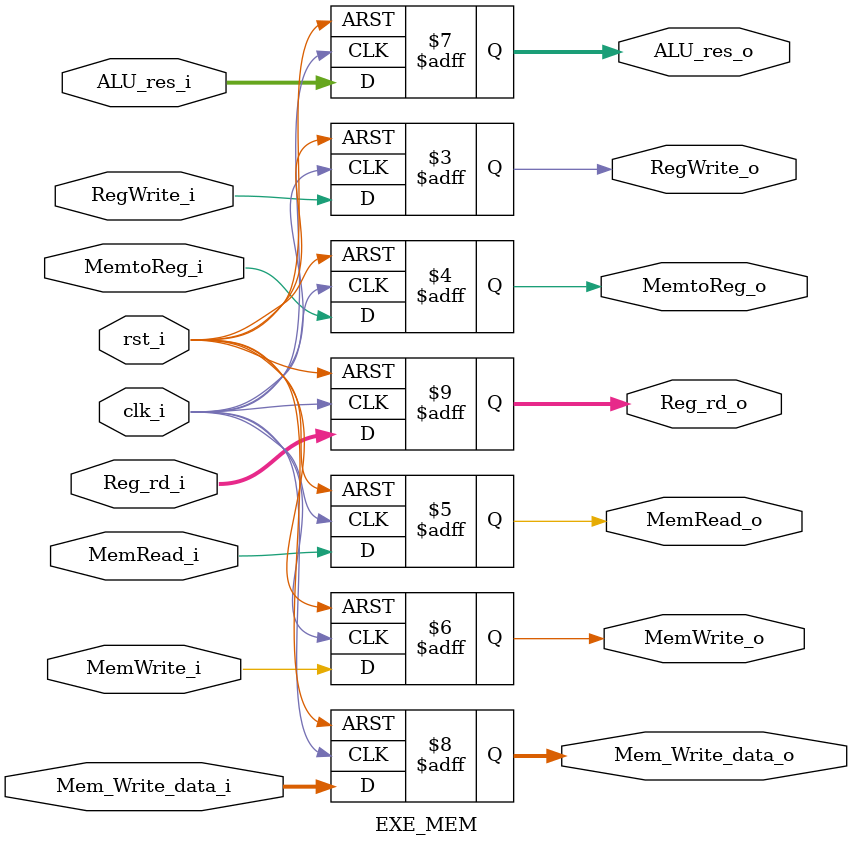
<source format=v>
module EXE_MEM (
    clk_i,
    rst_i,
    RegWrite_i,
    MemtoReg_i,
    MemRead_i,
    MemWrite_i,
    ALU_res_i,
    Mem_Write_data_i,
    Reg_rd_i,

    RegWrite_o,
    MemtoReg_o,
    MemRead_o,
    MemWrite_o,
    ALU_res_o,
    Mem_Write_data_o,
    Reg_rd_o
);

input               clk_i;
input               rst_i;
input               RegWrite_i;
input               MemtoReg_i;
input               MemRead_i;
input               MemWrite_i;
input       [31:0]  ALU_res_i;
input       [31:0]  Mem_Write_data_i;
input       [4:0]   Reg_rd_i;

output reg          RegWrite_o;
output reg          MemtoReg_o;
output reg          MemRead_o;
output reg          MemWrite_o;
output reg  [31:0]  ALU_res_o;
output reg  [31:0]  Mem_Write_data_o;
output reg  [4:0]   Reg_rd_o;

always@(posedge clk_i or negedge rst_i) begin
    if (~rst_i) begin
        RegWrite_o <= 1'b0;
        MemtoReg_o <= 1'b0;
        MemRead_o <= 1'b0;
        MemWrite_o <= 1'b0;
        ALU_res_o <= 32'b0;
        Mem_Write_data_o <= 32'b0;
        Reg_rd_o <= 5'b0;
    end
    else begin
        RegWrite_o <= RegWrite_i;
        MemtoReg_o <= MemtoReg_i;
        MemRead_o <= MemRead_i;
        MemWrite_o <= MemWrite_i;
        ALU_res_o <= ALU_res_i;
        Mem_Write_data_o <= Mem_Write_data_i;
        Reg_rd_o <= Reg_rd_i;
    end
end
    
endmodule
</source>
